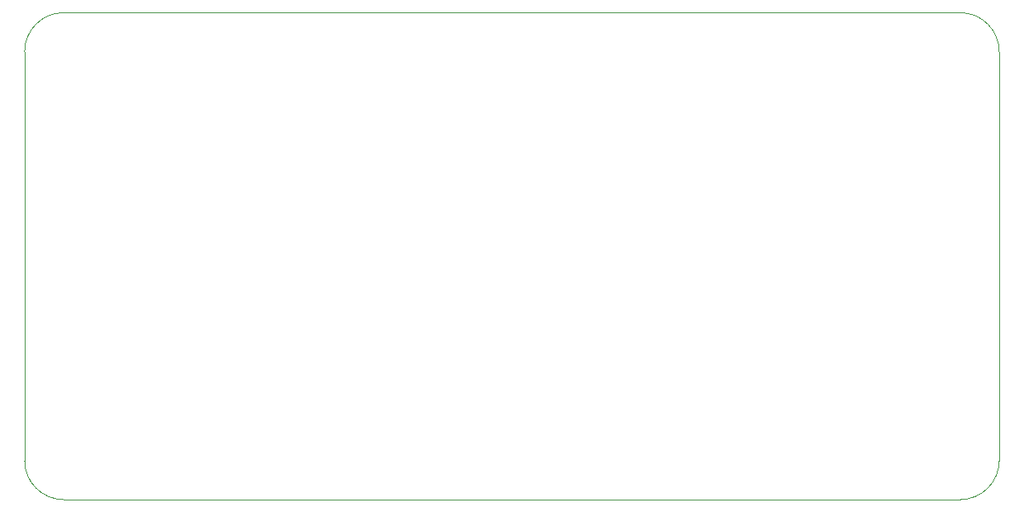
<source format=gbr>
G04 #@! TF.GenerationSoftware,KiCad,Pcbnew,5.1.5-52549c5~86~ubuntu18.04.1*
G04 #@! TF.CreationDate,2020-09-04T15:06:53-03:00*
G04 #@! TF.ProjectId,TPS54331,54505335-3433-4333-912e-6b696361645f,v1.0*
G04 #@! TF.SameCoordinates,Original*
G04 #@! TF.FileFunction,Profile,NP*
%FSLAX46Y46*%
G04 Gerber Fmt 4.6, Leading zero omitted, Abs format (unit mm)*
G04 Created by KiCad (PCBNEW 5.1.5-52549c5~86~ubuntu18.04.1) date 2020-09-04 15:06:53*
%MOMM*%
%LPD*%
G04 APERTURE LIST*
%ADD10C,0.050000*%
G04 APERTURE END LIST*
D10*
X100000000Y-116000000D02*
G75*
G02X96000000Y-112000000I0J4000000D01*
G01*
X196000000Y-112000000D02*
G75*
G02X192000000Y-116000000I-4000000J0D01*
G01*
X192000000Y-66000000D02*
G75*
G02X196000000Y-70000000I0J-4000000D01*
G01*
X96000000Y-70000000D02*
G75*
G02X100000000Y-66000000I4000000J0D01*
G01*
X96000000Y-112000000D02*
X96000000Y-70000000D01*
X192000000Y-116000000D02*
X100000000Y-116000000D01*
X196000000Y-70000000D02*
X196000000Y-112000000D01*
X100000000Y-66000000D02*
X192000000Y-66000000D01*
M02*

</source>
